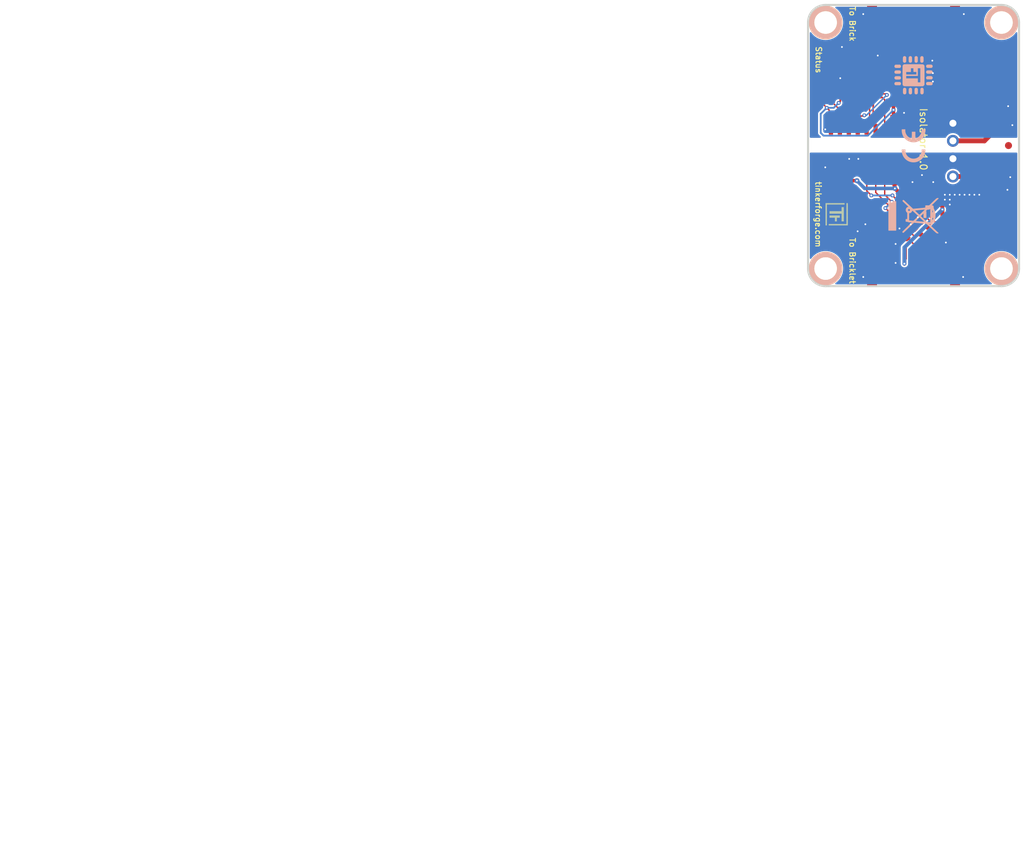
<source format=kicad_pcb>
(kicad_pcb (version 20221018) (generator pcbnew)
  (title_block (title "Bricklet Isolator") (date "2023-01-27") (rev "1.0") (company "Tinkerforge GmbH") (comment 1 "Licensed under CERN OHL v.1.1") (comment 2 "Copyright (©) 2023, T.Schneidermann<tim@tinkerforge.com>"))
  (layers (0 "F.Cu" signal) (31 "B.Cu" signal) (34 "B.Paste" user) (35 "F.Paste" user) (36 "B.SilkS" user "B.Silkscreen") (37 "F.SilkS" user "F.Silkscreen") (38 "B.Mask" user) (39 "F.Mask" user) (44 "Edge.Cuts" user))
  (net 0 "")
  (net 1 "GND")
  (net 2 "5V_DCDC")
  (net 3 "GNDREF")
  (net 4 "3,3VB")
  (net 5 "Net-(P1-Pad4)")
  (net 6 "Net-(P1-Pad5)")
  (net 7 "Net-(P1-Pad6)")
  (net 8 "Net-(P2-Pad7)")
  (net 9 "3V3")
  (net 10 "Net-(C13-Pad1)")
  (net 11 "Net-(C14-Pad1)")
  (net 12 "Net-(C15-Pad1)")
  (net 13 "Net-(C16-Pad1)")
  (net 14 "Net-(R2-Pad2)")
  (net 15 "Net-(RP2-Pad2)")
  (net 16 "Net-(RP2-Pad3)")
  (net 17 "Net-(RP2-Pad1)")
  (net 18 "+5V")
  (net 19 "Net-(D2-Pad2)")
  (net 20 "Net-(P3-Pad2)")
  (net 21 "Net-(P4-Pad1)")
  (net 22 "M-CS")
  (net 23 "Net-(R3-Pad1)")
  (net 24 "S-MISO")
  (net 25 "S-MOSI")
  (net 26 "S-CLK")
  (net 27 "S-CS")
  (net 28 "M-CLK")
  (net 29 "M-MISO")
  (net 30 "M-MOSI")
  (net 31 "Net-(U2-Pad5)")
  (net 32 "Net-(U2-Pad6)")
  (net 33 "Net-(U8-Pad3)")
  (net 34 "Net-(U8-Pad5)")
  (net 35 "Net-(U8-Pad6)")
  (net 36 "Net-(U8-Pad7)")
  (net 37 "Net-(U8-Pad8)")
  (net 38 "Net-(U8-Pad11)")
  (net 39 "Net-(U8-Pad12)")
  (net 40 "Net-(U8-Pad14)")
  (net 41 "Net-(U8-Pad15)")
  (net 42 "Net-(U8-Pad16)")
  (net 43 "Net-(U8-Pad21)")
  (footprint "kicad-libraries:Logo_31x31" (layer "F.Cu") (at 135.55 102 -90)
    (fp_text reference "G***" hide)
    (fp_text value "Logo_31x31" hide)
  )
  (footprint "kicad-libraries:Fiducial_Mark" (layer "F.Cu") (at 138.4 79.8 -90)
    (fp_text reference "Fiducial_Mark" hide)
    (fp_text value "VAL**" hide)
  )
  (footprint "kicad-libraries:Fiducial_Mark" (layer "F.Cu") (at 134.4 106.8 -90)
    (fp_text reference "Fiducial_Mark" hide)
    (fp_text value "VAL**" hide)
  )
  (footprint "kicad-libraries:Fiducial_Mark" (layer "F.Cu") (at 158.4 93.8 -90)
    (fp_text reference "Fiducial_Mark" hide)
    (fp_text value "VAL**" hide)
  )
  (footprint "kicad-libraries:ELKO_83" (layer "F.Cu") (at 153.6 84.1)
    (fp_text reference "C1")
    (fp_text value "470µF/16V")
  )
  (footprint "kicad-libraries:SIP4" (layer "F.Cu") (at 150.5 94.4 -90)
    (fp_text reference "U1")
    (fp_text value "DCDC-CRE1")
  )
  (footprint "kicad-libraries:SOIC16" (layer "F.Cu") (at 137.6 94.2 180)
    (fp_text reference "U2")
    (fp_text value "MAX14850")
  )
  (footprint "kicad-libraries:C0805" (layer "F.Cu") (at 146.6 80.8)
    (fp_text reference "C2")
    (fp_text value "10µ")
  )
  (footprint "kicad-libraries:C0805" (layer "F.Cu") (at 157.3 89.4)
    (fp_text reference "C3")
    (fp_text value "10µ")
  )
  (footprint "kicad-libraries:C0603F" (layer "F.Cu") (at 142.8 89.9)
    (fp_text reference "C4")
    (fp_text value "100n")
  )
  (footprint "kicad-libraries:C0603F" (layer "F.Cu") (at 157.1 91)
    (fp_text reference "C5")
    (fp_text value "100n")
  )
  (footprint "kicad-libraries:C0805" (layer "F.Cu") (at 138.3 107.5 135)
    (fp_text reference "C6")
    (fp_text value "4,7µ")
  )
  (footprint "kicad-libraries:C0603F" (layer "F.Cu") (at 143 99)
    (fp_text reference "C7")
    (fp_text value "100n")
  )
  (footprint "kicad-libraries:C0603F" (layer "F.Cu") (at 139.5 106.4 135)
    (fp_text reference "C8")
    (fp_text value "100n")
  )
  (footprint "kicad-libraries:C0805" (layer "F.Cu") (at 156.7 98.3)
    (fp_text reference "C9")
    (fp_text value "4,7µF/10V")
  )
  (footprint "kicad-libraries:C0603F" (layer "F.Cu") (at 156.5 100.1)
    (fp_text reference "C10")
    (fp_text value "100n")
  )
  (footprint "kicad-libraries:C0805" (layer "F.Cu") (at 149.5 105.6 -90)
    (fp_text reference "C11")
    (fp_text value "10µF/10V")
  )
  (footprint "kicad-libraries:C0603F" (layer "F.Cu") (at 147.7 100.8 90)
    (fp_text reference "C12")
    (fp_text value "100n")
  )
  (footprint "kicad-libraries:C0603F" (layer "F.Cu") (at 134.5 85.7 90)
    (fp_text reference "C17")
    (fp_text value "100n")
  )
  (footprint "kicad-libraries:SOD-323" (layer "F.Cu") (at 146.1 100.4 90)
    (fp_text reference "D1")
    (fp_text value "Z3.3V")
  )
  (footprint "kicad-libraries:D0603E" (layer "F.Cu") (at 132.9 81.6 -90)
    (fp_text reference "D2")
    (fp_text value "blue")
  )
  (footprint "kicad-libraries:CON-SENSOR2" (layer "F.Cu") (at 144.9 73.9 180)
    (fp_text reference "P1")
    (fp_text value "CON-SENSOR2")
  )
  (footprint "kicad-libraries:CON-SENSOR2" (layer "F.Cu") (at 144.9 113.7)
    (fp_text reference "P2")
    (fp_text value "CON-SENSOR2")
  )
  (footprint "kicad-libraries:SolderJumper" (layer "F.Cu") (at 134.7 80.8 -90)
    (fp_text reference "P3")
    (fp_text value "BOOT")
  )
  (footprint "kicad-libraries:DEBUG_PAD" (layer "F.Cu") (at 136.5 81 -90)
    (fp_text reference "P4")
    (fp_text value "Debug")
  )
  (footprint "kicad-libraries:R0603F" (layer "F.Cu") (at 133.6 89.6)
    (fp_text reference "R1")
    (fp_text value "1k")
  )
  (footprint "kicad-libraries:R0603F" (layer "F.Cu") (at 135.1 98.8 180)
    (fp_text reference "R2")
    (fp_text value "1k")
  )
  (footprint "kicad-libraries:R0603F" (layer "F.Cu") (at 132.9 84.8 90)
    (fp_text reference "R3")
    (fp_text value "1k")
  )
  (footprint "kicad-libraries:4X0402" (layer "F.Cu") (at 143 81.4 180)
    (fp_text reference "RP1")
    (fp_text value "82")
  )
  (footprint "kicad-libraries:4X0402" (layer "F.Cu") (at 142.5 103.8 -135)
    (fp_text reference "RP2")
    (fp_text value "82")
  )
  (footprint "kicad-libraries:SOT-223" (layer "F.Cu") (at 154.9 104.5 -90)
    (fp_text reference "U3")
    (fp_text value "LD1117")
  )
  (footprint "kicad-libraries:DRILL_NP" (layer "F.Cu") (at 132.4 76.3 -90)
    (fp_text reference "U4" hide)
    (fp_text value "DRILL" hide)
  )
  (footprint "kicad-libraries:DRILL_NP" (layer "F.Cu") (at 132.4 111.3 -90)
    (fp_text reference "U5" hide)
    (fp_text value "DRILL" hide)
  )
  (footprint "kicad-libraries:DRILL_NP" (layer "F.Cu") (at 157.4 111.3 -90)
    (fp_text reference "U6" hide)
    (fp_text value "DRILL" hide)
  )
  (footprint "kicad-libraries:DRILL_NP" (layer "F.Cu") (at 157.4 76.3 -90)
    (fp_text reference "U7" hide)
    (fp_text value "DRILL" hide)
  )
  (footprint "kicad-libraries:QFN24-4x4mm-0.5mm" (layer "F.Cu") (at 137.9 85.7 -90)
    (fp_text reference "U8")
    (fp_text value "XMC1100")
  )
  (footprint "kicad-libraries:C0402F" (layer "F.Cu") (at 140.9 81 180)
    (fp_text reference "C13")
    (fp_text value "220pF")
  )
  (footprint "kicad-libraries:C0402F" (layer "F.Cu") (at 146.5 105 135)
    (fp_text reference "C14")
    (fp_text value "220pf")
  )
  (footprint "kicad-libraries:C0402F" (layer "F.Cu") (at 145.5 106 135)
    (fp_text reference "C15")
    (fp_text value "220pf")
  )
  (footprint "kicad-libraries:C0402F" (layer "F.Cu") (at 143.7 106.6 135)
    (fp_text reference "C16")
    (fp_text value "220pF")
  )
  (footprint "kicad-libraries:Logo_CoMCU" (layer "B.Cu") (at 144.9 83.8 90)
    (fp_text reference "G***" hide)
    (fp_text value "LOGO" hide)
  )
  (footprint "kicad-libraries:WEEE_7mm" (layer "B.Cu") (at 144.9 103.8 90)
    (fp_text reference "G***" hide)
    (fp_text value "LOGO" hide)
  )
  (footprint "kicad-libraries:CE_5mm" (layer "B.Cu") (at 144.9 93.8 90)
    (fp_text reference "VAL" hide)
    (fp_text value "CE_5mm" hide)
  )
  (gr_arc (start 129.9 76.3) (mid 130.632233 74.532233) (end 132.4 73.8) (stroke (width 0.3)) (layer "Edge.Cuts"))
  (gr_arc (start 157.4 73.8) (mid 159.167767 74.532233) (end 159.9 76.3) (stroke (width 0.3)) (layer "Edge.Cuts"))
  (gr_line (start 159.9 76.3) (end 159.9 111.3) (stroke (width 0.3)) (layer "Edge.Cuts"))
  (gr_arc (start 132.4 113.8) (mid 130.632233 113.067767) (end 129.9 111.3) (stroke (width 0.3)) (layer "Edge.Cuts"))
  (gr_line (start 157.4 113.8) (end 132.4 113.8) (stroke (width 0.3)) (layer "Edge.Cuts"))
  (gr_line (start 132.4 73.8) (end 157.4 73.8) (stroke (width 0.3)) (layer "Edge.Cuts"))
  (gr_arc (start 159.9 111.3) (mid 159.167767 113.067767) (end 157.4 113.8) (stroke (width 0.3)) (layer "Edge.Cuts"))
  (gr_line (start 129.9 111.3) (end 129.9 76.3) (stroke (width 0.3)) (layer "Edge.Cuts"))
  (gr_text "To Brick" (at 136.2 76.5 270) (layer "F.SilkS") (effects (font (size 0.8 0.8))))
  (gr_text "Status" (at 131.4 81.6 270) (layer "F.SilkS") (effects (font (size 0.8 0.8))))
  (gr_text "To Bricklet" (at 136.2 110.2 270) (layer "F.SilkS") (effects (font (size 0.8 0.8))))
  (gr_text "tinkerforge.com" (at 131.35 103.6 270) (layer "F.SilkS") (effects (font (size 0.8 0.8))))
  (gr_text "Isolator 1.0" (at 146.3 92.9 270) (layer "F.SilkS") (effects (font (size 1 1))))
  (segment (start 148.475 84.125) (end 150.07488 84.125) (width 0.7) (layer "F.Cu") (net 1))
  (segment (start 132.35252 91.50252) (end 132.35 91.5) (width 0.55) (layer "F.Cu") (net 1))
  (segment (start 158.875 90.975) (end 158.95 90.9) (width 0.7) (layer "F.Cu") (net 1))
  (segment (start 158.30076 88.24924) (end 158.35 88.2) (width 0.7) (layer "F.Cu") (net 1))
  (segment (start 148.275 84.125) (end 147.65 83.5) (width 0.7) (layer "F.Cu") (net 1))
  (segment (start 148.225 84.125) (end 147.65 84.7) (width 0.7) (layer "F.Cu") (net 1))
  (segment (start 147.57076 81.71924) (end 147.57 81.72) (width 0.55) (layer "F.Cu") (net 1))
  (segment (start 134.77 84.95) (end 135.27 85.45) (width 0.2) (layer "F.Cu") (net 1))
  (segment (start 135.27 85.45) (end 135.875 85.45) (width 0.2) (layer "F.Cu") (net 1))
  (segment (start 138.55 86.35) (end 137.25 86.35) (width 0.2) (layer "F.Cu") (net 1))
  (segment (start 137.25 86.35) (end 137.25 85.05) (width 0.2) (layer "F.Cu") (net 1))
  (segment (start 136.85 85.45) (end 137.25 85.05) (width 0.2) (layer "F.Cu") (net 1))
  (segment (start 157.825 90.975) (end 158.875 90.975) (width 0.7) (layer "F.Cu") (net 1))
  (segment (start 140.39 81) (end 139.81 81) (width 0.55) (layer "F.Cu") (net 1))
  (segment (start 138.55 85.05) (end 137.25 85.05) (width 0.2) (layer "F.Cu") (net 1))
  (segment (start 147.4 78.5) (end 147.4 80.63924) (width 0.5) (layer "F.Cu") (net 1))
  (segment (start 147.57076 80.81) (end 147.57076 81.71924) (width 0.55) (layer "F.Cu") (net 1))
  (segment (start 158.30076 89.4) (end 158.30076 88.24924) (width 0.7) (layer "F.Cu") (net 1))
  (segment (start 134.72 80.28) (end 134.72 79.78) (width 0.25) (layer "F.Cu") (net 1))
  (segment (start 150.07488 84.125) (end 148.275 84.125) (width 0.7) (layer "F.Cu") (net 1))
  (segment (start 138.55 85.05) (end 138.55 86.35) (width 0.2) (layer "F.Cu") (net 1))
  (segment (start 134.48 84.95) (end 134.77 84.95) (width 0.2) (layer "F.Cu") (net 1))
  (segment (start 134.7 80.3) (end 134.72 80.28) (width 0.25) (layer "F.Cu") (net 1))
  (segment (start 150.75 75.1) (end 152.05 75.1) (width 0.55) (layer "F.Cu") (net 1))
  (segment (start 135.875 85.45) (end 136.85 85.45) (width 0.2) (layer "F.Cu") (net 1))
  (segment (start 147.4 80.63924) (end 147.57076 80.81) (width 0.5) (layer "F.Cu") (net 1))
  (segment (start 150.07488 84.125) (end 148.225 84.125) (width 0.7) (layer "F.Cu") (net 1))
  (segment (start 143.55 89.88) (end 143.55 89.15) (width 0.55) (layer "F.Cu") (net 1))
  (segment (start 138.95 75.1) (end 137.75 75.1) (width 0.55) (layer "F.Cu") (net 1))
  (segment (start 133.18254 91.50252) (end 132.35252 91.50252) (width 0.55) (layer "F.Cu") (net 1))
  (segment (start 134.48 84.95) (end 134.48 84.22) (width 0.55) (layer "F.Cu") (net 1))
  (via (at 134.72 79.78) (size 0.55) (drill 0.25) (layers "F.Cu" "B.Cu") (net 1))
  (via (at 143.55 89.15) (size 0.55) (drill 0.25) (layers "F.Cu" "B.Cu") (net 1))
  (via (at 132.35 91.5) (size 0.55) (drill 0.25) (layers "F.Cu" "B.Cu") (net 1))
  (via (at 158.95 90.9) (size 0.7) (drill 0.25) (layers "F.Cu" "B.Cu") (net 1))
  (via (at 158.35 88.2) (size 0.7) (drill 0.25) (layers "F.Cu" "B.Cu") (net 1))
  (via (at 137.75 75.1) (size 0.55) (drill 0.25) (layers "F.Cu" "B.Cu") (net 1))
  (via (at 147.57 81.72) (size 0.55) (drill 0.25) (layers "F.Cu" "B.Cu") (net 1))
  (via (at 152.05 75.1) (size 0.55) (drill 0.25) (layers "F.Cu" "B.Cu") (net 1))
  (via (at 139.81 81) (size 0.55) (drill 0.25) (layers "F.Cu" "B.Cu") (net 1))
  (via (at 134.48 84.22) (size 0.55) (drill 0.25) (layers "F.Cu" "B.Cu") (net 1))
  (via (at 147.65 84.7) (size 0.7) (drill 0.25) (layers "F.Cu" "B.Cu") (net 1))
  (via (at 147.65 83.5) (size 0.7) (drill 0.25) (layers "F.Cu" "B.Cu") (net 1))
  (segment (start 155.55924 98.21) (end 155.7 98.35076) (width 0.7) (layer "F.Cu") (net 2))
  (segment (start 155.7 98.35076) (end 155.7 104.75) (width 0.7) (layer "F.Cu") (net 2))
  (segment (start 155.7 104.75) (end 153.64876 106.80124) (width 0.7) (layer "F.Cu") (net 2))
  (segment (start 153.64876 106.80124) (end 151.8512 106.80124) (width 0.7) (layer "F.Cu") (net 2))
  (segment (start 155.7 98.35076) (end 155.64924 98.3) (width 0.7) (layer "F.Cu") (net 2))
  (segment (start 139.057644 109.207644) (end 142.55 112.7) (width 0.5) (layer "F.Cu") (net 2))
  (segment (start 147.55 112.7) (end 150.75 109.5) (width 0.5) (layer "F.Cu") (net 2))
  (segment (start 150.75 109.5) (end 153.25 109.5) (width 0.5) (layer "F.Cu") (net 2))
  (segment (start 153.25 109.5) (end 155.7 107.05) (width 0.5) (layer "F.Cu") (net 2))
  (segment (start 155.7 107.05) (end 155.7 104.75) (width 0.5) (layer "F.Cu") (net 2))
  (segment (start 155.55924 98.21) (end 155.64924 98.3) (width 0.7) (layer "F.Cu") (net 2))
  (segment (start 142.55 112.7) (end 147.55 112.7) (width 0.5) (layer "F.Cu") (net 2))
  (segment (start 150.5 98.21) (end 155.55924 98.21) (width 0.7) (layer "F.Cu") (net 2))
  (segment (start 139.057644 108.142356) (end 139.057644 108.207644) (width 0.55) (layer "F.Cu") (net 2))
  (segment (start 139.057644 108.207644) (end 139.057644 109.207644) (width 0.5) (layer "F.Cu") (net 2))
  (segment (start 140.03033 106.93033) (end 140.03033 106.83033) (width 0.3) (layer "F.Cu") (net 2))
  (segment (start 140 107.2) (end 139.057644 108.142356) (width 0.55) (layer "F.Cu") (net 2))
  (segment (start 141.1 108) (end 141.1 109.1) (width 0.5) (layer "F.Cu") (net 2))
  (segment (start 140.03033 106.83033) (end 140 106.8) (width 0.3) (layer "F.Cu") (net 2))
  (segment (start 155.7 100.1) (end 155.7 98.35076) (width 0.7) (layer "F.Cu") (net 2))
  (segment (start 140 106.9) (end 140.03033 106.93033) (width 0.3) (layer "F.Cu") (net 2))
  (segment (start 140 106.8) (end 140 107.2) (width 0.55) (layer "F.Cu") (net 2))
  (segment (start 140 106.9) (end 141.1 108) (width 0.5) (layer "F.Cu") (net 2))
  (segment (start 132.35252 96.89748) (end 132.35 96.9) (width 0.55) (layer "F.Cu") (net 3))
  (segment (start 138.91967 105.86967) (end 138.05 105) (width 0.7) (layer "F.Cu") (net 3))
  (segment (start 137.642356 106.692356) (end 136.95 106) (width 0.7) (layer "F.Cu") (net 3))
  (segment (start 150.05124 102.19876) (end 150.05 102.2) (width 0.7) (layer "F.Cu") (net 3))
  (segment (start 136.99254 95.75746) (end 137.05 95.7) (width 0.5) (layer "F.Cu") (net 3))
  (segment (start 135.72254 95.72746) (end 135.75 95.7) (width 0.5) (layer "F.Cu") (net 3))
  (segment (start 143.240381 105.940381) (end 142.9 105.6) (width 0.3) (layer "F.Cu") (net 3))
  (segment (start 142.35 109.1) (end 142.35 107.8) (width 0.55) (layer "F.Cu") (net 3))
  (segment (start 157.2 100.1) (end 158.25 100.1) (width 0.7) (layer "F.Cu") (net 3))
  (segment (start 150.75 112.5) (end 151.95 112.5) (width 0.55) (layer "F.Cu") (net 3))
  (segment (start 150.75 100.8) (end 150.05 100.8) (width 0.7) (layer "F.Cu") (net 3))
  (segment (start 143.240381 106.140381) (end 143.240381 105.940381) (width 0.3) (layer "F.Cu") (net 3))
  (segment (start 152.85 100.8) (end 152.15 100.8) (width 0.7) (layer "F.Cu") (net 3))
  (segment (start 138.95 112.5) (end 137.75 112.5) (width 0.55) (layer "F.Cu") (net 3))
  (segment (start 135.72254 96.89748) (end 135.72254 95.72746) (width 0.5) (layer "F.Cu") (net 3))
  (segment (start 146.040381 104.540381) (end 145.5 104) (width 0.3) (layer "F.Cu") (net 3))
  (segment (start 150.05 101.5) (end 149.35 101.5) (width 0.7) (layer "F.Cu") (net 3))
  (segment (start 152.15 100.8) (end 151.45 100.8) (width 0.7) (layer "F.Cu") (net 3))
  (segment (start 157.65076 98.3) (end 158.65 98.3) (width 0.7) (layer "F.Cu") (net 3))
  (segment (start 150.05 100.8) (end 149.35 100.8) (width 0.7) (layer "F.Cu") (net 3))
  (segment (start 153.55 100.8) (end 152.85 100.8) (width 0.7) (layer "F.Cu") (net 3))
  (segment (start 137.642356 106.792356) (end 137.642356 106.692356) (width 0.7) (layer "F.Cu") (net 3))
  (segment (start 150.05 100.8) (end 150.05 101.5) (width 0.7) (layer "F.Cu") (net 3))
  (segment (start 154.25 100.8) (end 153.55 100.8) (width 0.7) (layer "F.Cu") (net 3))
  (segment (start 151.45 100.8) (end 150.75 100.8) (width 0.7) (layer "F.Cu") (net 3))
  (segment (start 136.99254 96.89748) (end 136.99254 95.75746) (width 0.5) (layer "F.Cu") (net 3))
  (segment (start 149.5 106.60076) (end 149.5 107.6) (width 0.7) (layer "F.Cu") (net 3))
  (segment (start 146.1 99.0792) (end 146.1 98) (width 0.7) (layer "F.Cu") (net 3))
  (segment (start 150.05124 102.19876) (end 151.8512 102.19876) (width 0.7) (layer "F.Cu") (net 3))
  (segment (start 147.7 100.05) (end 147.7 99) (width 0.7) (layer "F.Cu") (net 3))
  (segment (start 133.18254 96.89748) (end 132.35252 96.89748) (width 0.55) (layer "F.Cu") (net 3))
  (segment (start 145.040381 105.540381) (end 144.5 105) (width 0.3) (layer "F.Cu") (net 3))
  (segment (start 143.75 99) (end 144.75 99) (width 0.55) (layer "F.Cu") (net 3))
  (segment (start 142.35 109.1) (end 142.35 110.5) (width 0.55) (layer "F.Cu") (net 3))
  (segment (start 150.05 101.5) (end 150.05 102.2) (width 0.7) (layer "F.Cu") (net 3))
  (via (at 149.35 101.5) (size 0.7) (drill 0.25) (layers "F.Cu" "B.Cu") (net 3))
  (via (at 142.35 110.5) (size 0.7) (drill 0.25) (layers "F.Cu" "B.Cu") (net 3))
  (via (at 150.05 100.8) (size 0.7) (drill 0.25) (layers "F.Cu" "B.Cu") (net 3))
  (via (at 151.95 112.5) (size 0.55) (drill 0.25) (layers "F.Cu" "B.Cu") (net 3))
  (via (at 144.75 99) (size 0.55) (drill 0.25) (layers "F.Cu" "B.Cu") (net 3))
  (via (at 152.15 100.8) (size 0.7) (drill 0.25) (layers "F.Cu" "B.Cu") (net 3))
  (via (at 132.35 96.9) (size 0.55) (drill 0.25) (layers "F.Cu" "B.Cu") (net 3))
  (via (at 136.95 106) (size 0.7) (drill 0.25) (layers "F.Cu" "B.Cu") (net 3))
  (via (at 151.45 100.8) (size 0.7) (drill 0.25) (layers "F.Cu" "B.Cu") (net 3))
  (via (at 150.75 100.8) (size 0.7) (drill 0.25) (layers "F.Cu" "B.Cu") (net 3))
  (via (at 149.5 107.6) (size 0.7) (drill 0.25) (layers "F.Cu" "B.Cu") (net 3))
  (via (at 138.05 105) (size 0.7) (drill 0.25) (layers "F.Cu" "B.Cu") (net 3))
  (via (at 145.5 104) (size 0.55) (drill 0.25) (layers "F.Cu" "B.Cu") (net 3))
  (via (at 137.75 112.5) (size 0.55) (drill 0.25) (layers "F.Cu" "B.Cu") (net 3))
  (via (at 149.35 100.8) (size 0.7) (drill 0.25) (layers "F.Cu" "B.Cu") (net 3))
  (via (at 142.9 105.6) (size 0.55) (drill 0.25) (layers "F.Cu" "B.Cu") (net 3))
  (via (at 135.75 95.7) (size 0.7) (drill 0.25) (layers "F.Cu" "B.Cu") (net 3))
  (via (at 144.5 105) (size 0.55) (drill 0.25) (layers "F.Cu" "B.Cu") (net 3))
  (via (at 154.25 100.8) (size 0.7) (drill 0.25) (layers "F.Cu" "B.Cu") (net 3))
  (via (at 152.85 100.8) (size 0.7) (drill 0.25) (layers "F.Cu" "B.Cu") (net 3))
  (via (at 150.05 101.5) (size 0.7) (drill 0.25) (layers "F.Cu" "B.Cu") (net 3))
  (via (at 153.55 100.8) (size 0.7) (drill 0.25) (layers "F.Cu" "B.Cu") (net 3))
  (via (at 146.1 98) (size 0.7) (drill 0.25) (layers "F.Cu" "B.Cu") (net 3))
  (via (at 158.25 100.1) (size 0.7) (drill 0.25) (layers "F.Cu" "B.Cu") (net 3))
  (via (at 142.35 107.8) (size 0.7) (drill 0.25) (layers "F.Cu" "B.Cu") (net 3))
  (via (at 137.05 95.7) (size 0.7) (drill 0.25) (layers "F.Cu" "B.Cu") (net 3))
  (via (at 147.7 99) (size 0.7) (drill 0.25) (layers "F.Cu" "B.Cu") (net 3))
  (via (at 150.05 102.2) (size 0.7) (drill 0.25) (layers "F.Cu" "B.Cu") (net 3))
  (via (at 158.65 98.3) (size 0.7) (drill 0.25) (layers "F.Cu" "B.Cu") (net 3))
  (segment (start 142.2 99.85) (end 144.1708 101.8208) (width 0.55) (layer "F.Cu") (net 4))
  (segment (start 148.3708 101.8208) (end 149 102.45) (width 0.55) (layer "F.Cu") (net 4))
  (segment (start 149 102.45) (end 149 102.9) (width 0.55) (layer "F.Cu") (net 4))
  (segment (start 149 104.14924) (end 149.55076 104.7) (width 0.55) (layer "F.Cu") (net 4))
  (segment (start 151.6512 104.7) (end 151.8512 104.5) (width 1) (layer "F.Cu") (net 4))
  (segment (start 142.25 99.9) (end 142.2 99.9) (width 0.5) (layer "F.Cu") (net 4))
  (segment (start 142.2 99.9) (end 142.2 99.85) (width 0.55) (layer "F.Cu") (net 4))
  (segment (start 144.8 101.8208) (end 147.35 101.8208) (width 0.55) (layer "F.Cu") (net 4))
  (segment (start 149 102.9) (end 149 103.2) (width 0.55) (layer "F.Cu") (net 4))
  (segment (start 143.6 109.1) (end 143.6 110.6) (width 0.55) (layer "F.Cu") (net 4))
  (segment (start 147.5292 101.7208) (end 147.7 101.55) (width 0.2) (layer "F.Cu") (net 4))
  (segment (start 135.9 98.8) (end 136.85 98.8) (width 0.5) (layer "F.Cu") (net 4))
  (segment (start 149.55076 104.7) (end 151.6512 104.7) (width 1) (layer "F.Cu") (net 4))
  (segment (start 142.3 99) (end 142.06746 98.76746) (width 0.5) (layer "F.Cu") (net 4))
  (segment (start 142.2 99.1) (end 142.2 99.9) (width 0.55) (layer "F.Cu") (net 4))
  (segment (start 146.1 101.7208) (end 147.5292 101.7208) (width 0.2) (layer "F.Cu") (net 4))
  (segment (start 142.3 99) (end 142.2 99.1) (width 0.55) (layer "F.Cu") (net 4))
  (segment (start 144.8 101.8208) (end 144.1708 101.8208) (width 0.55) (layer "F.Cu") (net 4))
  (segment (start 149 103.2) (end 149 104.14924) (width 0.55) (layer "F.Cu") (net 4))
  (segment (start 147.35 101.8208) (end 148.3708 101.8208) (width 0.55) (layer "F.Cu") (net 4))
  (segment (start 142.06746 98.76746) (end 142.06746 96.89748) (width 0.5) (layer "F.Cu") (net 4))
  (via (at 136.85 98.8) (size 0.7) (drill 0.25) (layers "F.Cu" "B.Cu") (net 4))
  (via (at 149 102.9) (size 0.55) (drill 0.25) (layers "F.Cu" "B.Cu") (net 4))
  (via (at 142.25 99.9) (size 0.7) (drill 0.25) (layers "F.Cu" "B.Cu") (net 4))
  (via (at 143.6 110.6) (size 0.55) (drill 0.25) (layers "F.Cu" "B.Cu") (net 4))
  (segment (start 136.85 98.8) (end 137.95 99.9) (width 0.5) (layer "B.Cu") (net 4))
  (segment (start 137.95 99.9) (end 142.25 99.9) (width 0.5) (layer "B.Cu") (net 4))
  (segment (start 143.6 108.3) (end 149 102.9) (width 0.55) (layer "B.Cu") (net 4))
  (segment (start 143.6 108.3) (end 143.6 110.6) (width 0.55) (layer "B.Cu") (net 4))
  (segment (start 144.85 79.65) (end 144.5 80) (width 0.2) (layer "F.Cu") (net 5))
  (segment (start 144.5 80) (end 144 80) (width 0.2) (layer "F.Cu") (net 5))
  (segment (start 144 80) (end 143.7493 80.2507) (width 0.2) (layer "F.Cu") (net 5))
  (segment (start 143.7493 80.2507) (end 143.7493 80.855) (width 0.2) (layer "F.Cu") (net 5))
  (segment (start 144.85 78.5) (end 144.85 79.65) (width 0.2) (layer "F.Cu") (net 5))
  (segment (start 143.6 79.7) (end 143.24892 80.05108) (width 0.2) (layer "F.Cu") (net 6))
  (segment (start 143.24892 80.05108) (end 143.24892 80.855) (width 0.2) (layer "F.Cu") (net 6))
  (segment (start 143.6 78.5) (end 143.6 79.7) (width 0.2) (layer "F.Cu") (net 6))
  (segment (start 142.35 79.65) (end 142.75108 80.05108) (width 0.2) (layer "F.Cu") (net 7))
  (segment (start 142.75108 80.05108) (end 142.75108 80.855) (width 0.2) (layer "F.Cu") (net 7))
  (segment (start 142.35 78.5) (end 142.35 79.65) (width 0.2) (layer "F.Cu") (net 7))
  (segment (start 148.6 107.7) (end 148 107.1) (width 0.2) (layer "F.Cu") (net 8))
  (segment (start 148 107.1) (end 148 104.7) (width 0.2) (layer "F.Cu") (net 8))
  (segment (start 148 104.7) (end 146.2 102.9) (width 0.2) (layer "F.Cu") (net 8))
  (segment (start 146.2 102.9) (end 145.1 102.9) (width 0.2) (layer "F.Cu") (net 8))
  (segment (start 143.659671 103.9) (end 144 103.9) (width 0.2) (layer "F.Cu") (net 8))
  (segment (start 144 103.9) (end 144.1 103.9) (width 0.2) (layer "F.Cu") (net 8))
  (segment (start 144.1 103.9) (end 145.1 102.9) (width 0.2) (layer "F.Cu") (net 8))
  (segment (start 148.6 109.1) (end 148.6 107.7) (width 0.2) (layer "F.Cu") (net 8))
  (segment (start 143.436422 103.676751) (end 143.659671 103.9) (width 0.2) (layer "F.Cu") (net 8))
  (segment (start 132.9 88.76) (end 132.61 88.47) (width 0.2) (layer "F.Cu") (net 9))
  (segment (start 132.01 87.87) (end 132.01 81.01) (width 0.2) (layer "F.Cu") (net 9))
  (segment (start 132.01 81.01) (end 132.2701 80.7499) (width 0.2) (layer "F.Cu") (net 9))
  (segment (start 132.2701 80.7499) (end 132.9 80.7499) (width 0.2) (layer "F.Cu") (net 9))
  (segment (start 132.49 88.35) (end 132.01 87.87) (width 0.2) (layer "F.Cu") (net 9))
  (segment (start 132.61 88.47) (end 132.49 88.35) (width 0.2) (layer "F.Cu") (net 9))
  (segment (start 135.27 85.95) (end 134.77 86.45) (width 0.2) (layer "F.Cu") (net 9))
  (segment (start 134.77 86.45) (end 134.48 86.45) (width 0.2) (layer "F.Cu") (net 9))
  (segment (start 145.56924 84.61076) (end 142.05 88.13) (width 0.5) (layer "F.Cu") (net 9))
  (segment (start 142.05 88.13) (end 142.05 88.73) (width 0.5) (layer "F.Cu") (net 9))
  (segment (start 142.05 88.73) (end 142.05 89.88) (width 0.5) (layer "F.Cu") (net 9))
  (segment (start 132.56 88.43) (end 132.6 88.47) (width 0.25) (layer "F.Cu") (net 9))
  (segment (start 132.61 88.47) (end 132.6 88.47) (width 0.25) (layer "F.Cu") (net 9))
  (segment (start 134.48 87.51) (end 134.26 87.73) (width 0.25) (layer "F.Cu") (net 9))
  (segment (start 132.9 89.6) (end 132.9 88.76) (width 0.2) (layer "F.Cu") (net 9))
  (segment (start 142.05 89.88) (end 142.05 91.48506) (width 0.5) (layer "F.Cu") (net 9))
  (segment (start 145.56924 80.81) (end 145.56924 84.61076) (width 0.5) (layer "F.Cu") (net 9))
  (segment (start 145.56924 80.06076) (end 145.56924 80.94) (width 0.5) (layer "F.Cu") (net 9))
  (segment (start 135.875 85.95) (end 135.27 85.95) (width 0.2) (layer "F.Cu") (net 9))
  (segment (start 146.15 79.48) (end 145.56924 80.06076) (width 0.5) (layer "F.Cu") (net 9))
  (segment (start 146.15 78.55) (end 146.15 79.48) (width 0.5) (layer "F.Cu") (net 9))
  (segment (start 134.48 86.45) (end 134.48 87.51) (width 0.25) (layer "F.Cu") (net 9))
  (via (at 134.26 87.73) (size 0.55) (drill 0.25) (layers "F.Cu" "B.Cu") (net 9))
  (via (at 132.56 88.43) (size 0.55) (drill 0.25) (layers "F.Cu" "B.Cu") (net 9))
  (via (at 142.05 88.73) (size 0.55) (drill 0.25) (layers "F.Cu" "B.Cu") (net 9))
  (segment (start 142.05 88.74) (end 142.05 88.73) (width 0.25) (layer "B.Cu") (net 9))
  (segment (start 142.05 88.74) (end 138.4 92.39) (width 0.25) (layer "B.Cu") (net 9))
  (segment (start 138.4 92.39) (end 132.1 92.39) (width 0.25) (layer "B.Cu") (net 9))
  (segment (start 132.1 92.39) (end 131.7 91.99) (width 0.25) (layer "B.Cu") (net 9))
  (segment (start 131.7 91.99) (end 131.7 89.29) (width 0.25) (layer "B.Cu") (net 9))
  (segment (start 131.7 89.29) (end 132.56 88.43) (width 0.25) (layer "B.Cu") (net 9))
  (segment (start 134.26 87.73) (end 133.56 88.43) (width 0.25) (layer "B.Cu") (net 9))
  (segment (start 133.56 88.43) (end 132.56 88.43) (width 0.25) (layer "B.Cu") (net 9))
  (segment (start 141.1 79.6) (end 141.4 79.9) (width 0.2) (layer "F.Cu") (net 10))
  (segment (start 141.4 79.9) (end 141.9 79.9) (width 0.2) (layer "F.Cu") (net 10))
  (segment (start 141.9 79.9) (end 142.2507 80.2507) (width 0.2) (layer "F.Cu") (net 10))
  (segment (start 142.2507 80.2507) (end 142.2507 80.855) (width 0.2) (layer "F.Cu") (net 10))
  (segment (start 141.535 80.855) (end 141.39 81) (width 0.2) (layer "F.Cu") (net 10))
  (segment (start 141.1 78.5) (end 141.1 79.6) (width 0.2) (layer "F.Cu") (net 10))
  (segment (start 142.2507 80.855) (end 141.535 80.855) (width 0.2) (layer "F.Cu") (net 10))
  (segment (start 147.3 105.8) (end 147.3 109.05) (width 0.2) (layer "F.Cu") (net 11))
  (segment (start 147.3 109.05) (end 147.35 109.1) (width 0.2) (layer "F.Cu") (net 11))
  (segment (start 146.959619 105.340381) (end 147.3 105) (width 0.2) (layer "F.Cu") (net 11))
  (segment (start 147.3 105) (end 147.3 104.6) (width 0.2) (layer "F.Cu") (net 11))
  (segment (start 147.3 104.6) (end 146.1 103.4) (width 0.2) (layer "F.Cu") (net 11))
  (segment (start 146.1 103.4) (end 145.2 103.4) (width 0.2) (layer "F.Cu") (net 11))
  (segment (start 145.2 103.4) (end 144.2 104.4) (width 0.2) (layer "F.Cu") (net 11))
  (segment (start 144.2 104.4) (end 143.452026 104.4) (width 0.2) (layer "F.Cu") (net 11))
  (segment (start 143.452026 104.4) (end 143.082599 104.030573) (width 0.2) (layer "F.Cu") (net 11))
  (segment (start 146.959619 105.459619) (end 146.959619 105.340381) (width 0.2) (layer "F.Cu") (net 11))
  (segment (start 146.959619 105.459619) (end 147.3 105.8) (width 0.2) (layer "F.Cu") (net 11))
  (segment (start 146.1 106.6) (end 145.959619 106.459619) (width 0.2) (layer "F.Cu") (net 12))
  (segment (start 142.730573 104.430573) (end 144.9 106.6) (width 0.2) (layer "F.Cu") (net 12))
  (segment (start 144.9 106.6) (end 145.819238 106.6) (width 0.2) (layer "F.Cu") (net 12))
  (segment (start 145.819238 106.6) (end 145.959619 106.459619) (width 0.2) (layer "F.Cu") (net 12))
  (segment (start 145.959619 106.459619) (end 145.840381 106.459619) (width 0.2) (layer "F.Cu") (net 12))
  (segment (start 142.730573 104.382599) (end 142.730573 104.430573) (width 0.2) (layer "F.Cu") (net 12))
  (segment (start 146.1 109.1) (end 146.1 106.6) (width 0.2) (layer "F.Cu") (net 12))
  (segment (start 144.7 107.6) (end 144.9 107.8) (width 0.2) (layer "F.Cu") (net 13))
  (segment (start 144.9 107.8) (end 144.9 109.05) (width 0.2) (layer "F.Cu") (net 13))
  (segment (start 144.9 109.05) (end 144.85 109.1) (width 0.2) (layer "F.Cu") (net 13))
  (segment (start 142.5 104.859671) (end 142.5 105.1) (width 0.2) (layer "F.Cu") (net 13))
  (segment (start 142.5 105.1) (end 142.3 105.3) (width 0.2) (layer "F.Cu") (net 13))
  (segment (start 142.3 105.3) (end 142.3 106.4) (width 0.2) (layer "F.Cu") (net 13))
  (segment (start 142.3 106.4) (end 143.2 107.3) (width 0.2) (layer "F.Cu") (net 13))
  (segment (start 143.2 107.3) (end 143.919238 107.3) (width 0.2) (layer "F.Cu") (net 13))
  (segment (start 143.919238 107.3) (end 144.159619 107.059619) (width 0.2) (layer "F.Cu") (net 13))
  (segment (start 142.376751 104.736422) (end 142.5 104.859671) (width 0.2) (layer "F.Cu") (net 13))
  (segment (start 144.159619 107.059619) (end 144.7 107.6) (width 0.2) (layer "F.Cu") (net 13))
  (segment (start 144.159619 107.059619) (end 144.040381 107.059619) (width 0.2) (layer "F.Cu") (net 13))
  (segment (start 134.45254 98.64746) (end 134.3 98.8) (width 0.3) (layer "F.Cu") (net 14))
  (segment (start 134.4 99.9) (end 134.4 98.8) (width 0.2) (layer "F.Cu") (net 14))
  (segment (start 141.240329 103.6) (end 138.1 103.6) (width 0.2) (layer "F.Cu") (net 14))
  (segment (start 138.1 103.6) (end 134.4 99.9) (width 0.2) (layer "F.Cu") (net 14))
  (segment (start 141.563578 103.923249) (end 141.240329 103.6) (width 0.2) (layer "F.Cu") (net 14))
  (segment (start 134.45254 96.89748) (end 134.45254 98.64746) (width 0.2) (layer "F.Cu") (net 14))
  (segment (start 139.52746 100.475434) (end 142.269427 103.217401) (width 0.2) (layer "F.Cu") (net 15))
  (segment (start 139.52746 96.89748) (end 139.52746 100.475434) (width 0.2) (layer "F.Cu") (net 15))
  (segment (start 140.79746 100.79746) (end 141.8 101.8) (width 0.2) (layer "F.Cu") (net 16))
  (segment (start 140.9 102.7) (end 141.3 103.1) (width 0.2) (layer "F.Cu") (net 16))
  (segment (start 141.3 103.1) (end 141.447974 103.1) (width 0.2) (layer "F.Cu") (net 16))
  (segment (start 141.447974 103.1) (end 141.917401 103.569427) (width 0.2) (layer "F.Cu") (net 16))
  (segment (start 140.79746 96.89748) (end 140.79746 100.79746) (width 0.2) (layer "F.Cu") (net 16))
  (via (at 140.9 102.7) (size 0.55) (drill 0.25) (layers "F.Cu" "B.Cu") (net 16))
  (via (at 141.8 101.8) (size 0.55) (drill 0.25) (layers "F.Cu" "B.Cu") (net 16))
  (segment (start 141.8 101.8) (end 140.9 102.7) (width 0.25) (layer "B.Cu") (net 16))
  (segment (start 138.25746 100.25746) (end 138.9 100.9) (width 0.2) (layer "F.Cu") (net 17))
  (segment (start 142.3 102.540329) (end 142.3 102.113173) (width 0.2) (layer "F.Cu") (net 17))
  (segment (start 142.375 101.375) (end 141.9 100.9) (width 0.2) (layer "F.Cu") (net 17))
  (segment (start 142.3 102.113173) (end 142.375 102.038173) (width 0.2) (layer "F.Cu") (net 17))
  (segment (start 142.623249 102.863578) (end 142.3 102.540329) (width 0.2) (layer "F.Cu") (net 17))
  (segment (start 138.25746 96.89748) (end 138.25746 100.25746) (width 0.2) (layer "F.Cu") (net 17))
  (segment (start 142.375 102.038173) (end 142.375 101.375) (width 0.2) (layer "F.Cu") (net 17))
  (via (at 141.9 100.9) (size 0.55) (drill 0.25) (layers "F.Cu" "B.Cu") (net 17))
  (via (at 138.9 100.9) (size 0.55) (drill 0.25) (layers "F.Cu" "B.Cu") (net 17))
  (segment (start 138.9 100.9) (end 141.9 100.9) (width 0.25) (layer "B.Cu") (net 17))
  (segment (start 156.29924 90.94924) (end 156.325 90.975) (width 0.7) (layer "F.Cu") (net 18))
  (segment (start 154.97 93.13) (end 156.325 91.775) (width 0.7) (layer "F.Cu") (net 18))
  (segment (start 156.325 91.775) (end 156.325 90.975) (width 0.7) (layer "F.Cu") (net 18))
  (segment (start 156.29924 89.4) (end 156.29924 90.94924) (width 0.7) (layer "F.Cu") (net 18))
  (segment (start 148.65 79.6) (end 149.85 80.8) (width 0.7) (layer "F.Cu") (net 18))
  (segment (start 156.29924 87.55076) (end 156.29924 89.4) (width 0.7) (layer "F.Cu") (net 18))
  (segment (start 149.85 80.8) (end 155.15 80.8) (width 0.7) (layer "F.Cu") (net 18))
  (segment (start 150.5 93.13) (end 154.97 93.13) (width 0.7) (layer "F.Cu") (net 18))
  (segment (start 157.07512 82.72512) (end 157.07512 86.77488) (width 0.7) (layer "F.Cu") (net 18))
  (segment (start 157.07512 86.77488) (end 156.29924 87.55076) (width 0.7) (layer "F.Cu") (net 18))
  (segment (start 155.15 80.8) (end 157.07512 82.72512) (width 0.7) (layer "F.Cu") (net 18))
  (segment (start 148.65 78.5) (end 148.65 79.6) (width 0.7) (layer "F.Cu") (net 18))
  (segment (start 132.9 82.4501) (end 132.9 84.06) (width 0.2) (layer "F.Cu") (net 19))
  (segment (start 134.72 81.78) (end 135.29 82.35) (width 0.2) (layer "F.Cu") (net 20))
  (segment (start 135.29 82.35) (end 137.15 82.35) (width 0.2) (layer "F.Cu") (net 20))
  (segment (start 137.15 82.35) (end 137.65 82.85) (width 0.2) (layer "F.Cu") (net 20))
  (segment (start 137.65 82.85) (end 137.65 83.675) (width 0.2) (layer "F.Cu") (net 20))
  (segment (start 134.72 81.01) (end 134.72 81.78) (width 0.2) (layer "F.Cu") (net 20))
  (segment (start 134.72 81.01) (end 134.72 81.41) (width 0.2) (layer "F.Cu") (net 20))
  (segment (start 138.65 82.61) (end 137.09 81.05) (width 0.25) (layer "F.Cu") (net 21))
  (segment (start 137.09 81.05) (end 136.55 81.05) (width 0.25) (layer "F.Cu") (net 21))
  (segment (start 138.65 83.675) (end 138.65 82.61) (width 0.25) (layer "F.Cu") (net 21))
  (segment (start 134.4 91.44998) (end 134.45254 91.50252) (width 0.3) (layer "F.Cu") (net 22))
  (segment (start 140.95 86.45) (end 141.1 86.6) (width 0.2) (layer "F.Cu") (net 22))
  (segment (start 137.9 89.5) (end 137.8 89.6) (width 0.2) (layer "F.Cu") (net 22))
  (segment (start 137.8 89.6) (end 134.4 89.6) (width 0.2) (layer "F.Cu") (net 22))
  (segment (start 134.4 89.6) (end 134.4 91.44998) (width 0.3) (layer "F.Cu") (net 22))
  (segment (start 139.925 86.45) (end 140.95 86.45) (width 0.2) (layer "F.Cu") (net 22))
  (via (at 141.1 86.6) (size 0.55) (drill 0.25) (layers "F.Cu" "B.Cu") (net 22))
  (via (at 137.9 89.5) (size 0.55) (drill 0.25) (layers "F.Cu" "B.Cu") (net 22))
  (segment (start 141.1 86.6) (end 138.2 89.5) (width 0.2) (layer "B.Cu") (net 22))
  (segment (start 138.2 89.5) (end 137.9 89.5) (width 0.2) (layer "B.Cu") (net 22))
  (segment (start 136.65 88.25) (end 136.4 88.5) (width 0.2) (layer "F.Cu") (net 23))
  (segment (start 136.4 88.5) (end 134.2 88.5) (width 0.2) (layer "F.Cu") (net 23))
  (segment (start 134.2 88.5) (end 132.9 87.2) (width 0.2) (layer "F.Cu") (net 23))
  (segment (start 132.9 87.2) (end 132.9 85.56) (width 0.2) (layer "F.Cu") (net 23))
  (segment (start 136.65 87.725) (end 136.65 88.25) (width 0.2) (layer "F.Cu") (net 23))
  (segment (start 142.2507 82.4493) (end 141.8 82.9) (width 0.2) (layer "F.Cu") (net 24))
  (segment (start 141.8 82.9) (end 139.4 82.9) (width 0.2) (layer "F.Cu") (net 24))
  (segment (start 139.4 82.9) (end 139.15 83.15) (width 0.2) (layer "F.Cu") (net 24))
  (segment (start 139.15 83.15) (end 139.15 83.675) (width 0.2) (layer "F.Cu") (net 24))
  (segment (start 142.2507 82.005) (end 142.2507 82.4493) (width 0.2) (layer "F.Cu") (net 24))
  (segment (start 141.15 84.45) (end 142.75108 82.84892) (width 0.2) (layer "F.Cu") (net 25))
  (segment (start 142.75108 82.84892) (end 142.75108 82.005) (width 0.2) (layer "F.Cu") (net 25))
  (segment (start 139.925 84.45) (end 141.15 84.45) (width 0.2) (layer "F.Cu") (net 25))
  (segment (start 141.37 84.95) (end 143.24892 83.07108) (width 0.2) (layer "F.Cu") (net 26))
  (segment (start 143.24892 83.07108) (end 143.24892 82.005) (width 0.2) (layer "F.Cu") (net 26))
  (segment (start 139.925 84.95) (end 141.37 84.95) (width 0.2) (layer "F.Cu") (net 26))
  (segment (start 141.6 85.45) (end 143.7493 83.3007) (width 0.2) (layer "F.Cu") (net 27))
  (segment (start 143.7493 83.3007) (end 143.7493 82.005) (width 0.2) (layer "F.Cu") (net 27))
  (segment (start 139.925 85.45) (end 141.6 85.45) (width 0.2) (layer "F.Cu") (net 27))
  (segment (start 140.79746 87.29746) (end 140.45 86.95) (width 0.2) (layer "F.Cu") (net 28))
  (segment (start 140.45 86.95) (end 139.925 86.95) (width 0.2) (layer "F.Cu") (net 28))
  (segment (start 140.79746 91.50252) (end 140.79746 87.29746) (width 0.2) (layer "F.Cu") (net 28))
  (segment (start 138.65 89.75) (end 138.25746 90.14254) (width 0.2) (layer "F.Cu") (net 29))
  (segment (start 138.25746 90.14254) (end 138.25746 91.50252) (width 0.2) (layer "F.Cu") (net 29))
  (segment (start 138.65 87.725) (end 138.65 89.75) (width 0.2) (layer "F.Cu") (net 29))
  (segment (start 139.52746 90.12746) (end 139.52746 91.50252) (width 0.2) (layer "F.Cu") (net 30))
  (segment (start 139.15 89.75) (end 139.52746 90.12746) (width 0.2) (layer "F.Cu") (net 30))
  (segment (start 139.15 87.725) (end 139.15 89.75) (width 0.2) (layer "F.Cu") (net 30))
  (zone (net 3) (net_name "GNDREF") (layer "F.Cu") (connect_pads yes (clearance 0.25)) (min_thickness 0.22) (fill yes (thermal_gap 0.25) (thermal_bridge_width 0.25))
    (polygon (pts (xy 150.35 103.3) (xy 148.85 101.6) (xy 148.85 99.6) (xy 154.65 99.6) (xy 154.65 103.3)))
  )
  (zone (net 1) (net_name "GND") (layer "B.Cu") (connect_pads yes (clearance 0.25)) (min_thickness 0.22) (fill yes (thermal_gap 0.25) (thermal_bridge_width 0.25))
    (polygon (pts (xy 159.9 73.8) (xy 159.9 92.7) (xy 129.9 92.7) (xy 129.9 73.8) (xy 159.75 73.8)))
  )
  (zone (net 3) (net_name "GNDREF") (layer "B.Cu") (connect_pads yes (clearance 0.25)) (min_thickness 0.22) (fill yes (thermal_gap 0.25) (thermal_bridge_width 0.25))
    (polygon (pts (xy 129.9 113.8) (xy 129.9 94.8) (xy 159.9 94.8) (xy 159.9 113.8)))
  )
)
</source>
